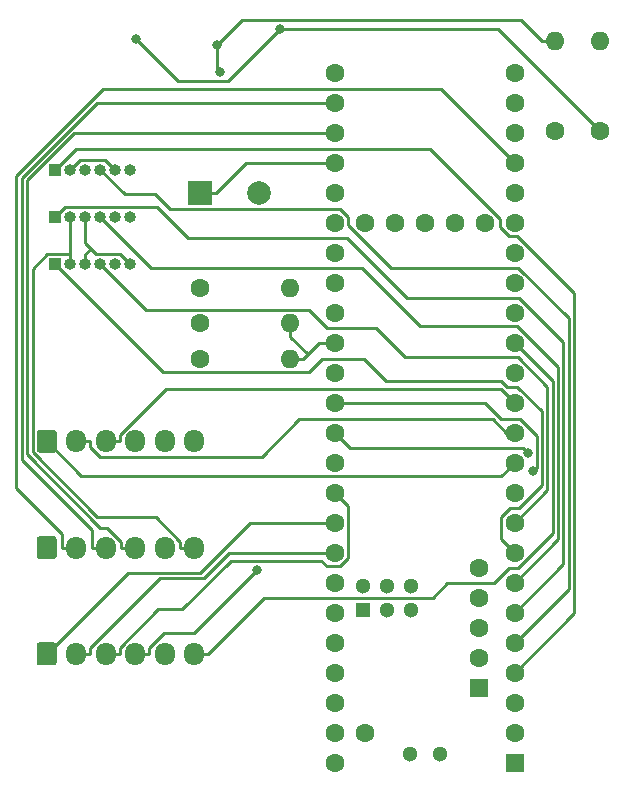
<source format=gbr>
%TF.GenerationSoftware,KiCad,Pcbnew,(5.1.9)-1*%
%TF.CreationDate,2021-05-19T19:29:26-04:00*%
%TF.ProjectId,ava_r2_bottom,6176615f-7232-45f6-926f-74746f6d2e6b,rev?*%
%TF.SameCoordinates,Original*%
%TF.FileFunction,Copper,L2,Bot*%
%TF.FilePolarity,Positive*%
%FSLAX46Y46*%
G04 Gerber Fmt 4.6, Leading zero omitted, Abs format (unit mm)*
G04 Created by KiCad (PCBNEW (5.1.9)-1) date 2021-05-19 19:29:26*
%MOMM*%
%LPD*%
G01*
G04 APERTURE LIST*
%TA.AperFunction,ComponentPad*%
%ADD10O,1.600000X1.600000*%
%TD*%
%TA.AperFunction,ComponentPad*%
%ADD11C,1.600000*%
%TD*%
%TA.AperFunction,ComponentPad*%
%ADD12R,2.000000X2.000000*%
%TD*%
%TA.AperFunction,ComponentPad*%
%ADD13C,2.000000*%
%TD*%
%TA.AperFunction,ComponentPad*%
%ADD14O,1.700000X1.950000*%
%TD*%
%TA.AperFunction,ComponentPad*%
%ADD15R,1.000000X1.000000*%
%TD*%
%TA.AperFunction,ComponentPad*%
%ADD16O,1.000000X1.000000*%
%TD*%
%TA.AperFunction,ComponentPad*%
%ADD17C,1.300000*%
%TD*%
%TA.AperFunction,ComponentPad*%
%ADD18R,1.300000X1.300000*%
%TD*%
%TA.AperFunction,ComponentPad*%
%ADD19R,1.600000X1.600000*%
%TD*%
%TA.AperFunction,ViaPad*%
%ADD20C,0.800000*%
%TD*%
%TA.AperFunction,Conductor*%
%ADD21C,0.250000*%
%TD*%
G04 APERTURE END LIST*
D10*
%TO.P,R5,2*%
%TO.N,+3V3*%
X229870000Y-52070000D03*
D11*
%TO.P,R5,1*%
%TO.N,I2C0_SDA*%
X229870000Y-59690000D03*
%TD*%
D10*
%TO.P,R4,2*%
%TO.N,+3V3*%
X226060000Y-52070000D03*
D11*
%TO.P,R4,1*%
%TO.N,I2C0_SCL*%
X226060000Y-59690000D03*
%TD*%
D12*
%TO.P,BZ1,1*%
%TO.N,BUZZER*%
X196000000Y-65000000D03*
D13*
%TO.P,BZ1,2*%
%TO.N,GND*%
X201000000Y-65000000D03*
%TD*%
%TO.P,RADIO1,1*%
%TO.N,RC_CH1_PWM*%
%TA.AperFunction,ComponentPad*%
G36*
G01*
X182150000Y-86725000D02*
X182150000Y-85275000D01*
G75*
G02*
X182400000Y-85025000I250000J0D01*
G01*
X183600000Y-85025000D01*
G75*
G02*
X183850000Y-85275000I0J-250000D01*
G01*
X183850000Y-86725000D01*
G75*
G02*
X183600000Y-86975000I-250000J0D01*
G01*
X182400000Y-86975000D01*
G75*
G02*
X182150000Y-86725000I0J250000D01*
G01*
G37*
%TD.AperFunction*%
D14*
%TO.P,RADIO1,2*%
%TO.N,RC_CH2_PWM*%
X185500000Y-86000000D03*
%TO.P,RADIO1,3*%
%TO.N,RC_CH3_PWM*%
X188000000Y-86000000D03*
%TO.P,RADIO1,4*%
%TO.N,RC_CH4_PWM*%
X190500000Y-86000000D03*
%TO.P,RADIO1,5*%
%TO.N,RC_CH5_PWM*%
X193000000Y-86000000D03*
%TO.P,RADIO1,6*%
%TO.N,RC_CH6_PWM*%
X195500000Y-86000000D03*
%TD*%
%TO.P,UART1,6*%
%TO.N,+5V*%
X195500000Y-95000000D03*
%TO.P,UART1,5*%
%TO.N,GND*%
X193000000Y-95000000D03*
%TO.P,UART1,4*%
%TO.N,UART8_TX*%
X190500000Y-95000000D03*
%TO.P,UART1,3*%
%TO.N,UART8_RX*%
X188000000Y-95000000D03*
%TO.P,UART1,2*%
%TO.N,UART7_TX*%
X185500000Y-95000000D03*
%TO.P,UART1,1*%
%TO.N,UART7_RX*%
%TA.AperFunction,ComponentPad*%
G36*
G01*
X182150000Y-95725000D02*
X182150000Y-94275000D01*
G75*
G02*
X182400000Y-94025000I250000J0D01*
G01*
X183600000Y-94025000D01*
G75*
G02*
X183850000Y-94275000I0J-250000D01*
G01*
X183850000Y-95725000D01*
G75*
G02*
X183600000Y-95975000I-250000J0D01*
G01*
X182400000Y-95975000D01*
G75*
G02*
X182150000Y-95725000I0J250000D01*
G01*
G37*
%TD.AperFunction*%
%TD*%
%TO.P,I2C1,1*%
%TO.N,I2C0_SDA*%
%TA.AperFunction,ComponentPad*%
G36*
G01*
X182150000Y-104725000D02*
X182150000Y-103275000D01*
G75*
G02*
X182400000Y-103025000I250000J0D01*
G01*
X183600000Y-103025000D01*
G75*
G02*
X183850000Y-103275000I0J-250000D01*
G01*
X183850000Y-104725000D01*
G75*
G02*
X183600000Y-104975000I-250000J0D01*
G01*
X182400000Y-104975000D01*
G75*
G02*
X182150000Y-104725000I0J250000D01*
G01*
G37*
%TD.AperFunction*%
%TO.P,I2C1,2*%
%TO.N,I2C0_SCL*%
X185500000Y-104000000D03*
%TO.P,I2C1,3*%
%TO.N,I2C1_SDA*%
X188000000Y-104000000D03*
%TO.P,I2C1,4*%
%TO.N,I2C1_SCL*%
X190500000Y-104000000D03*
%TO.P,I2C1,5*%
%TO.N,GND*%
X193000000Y-104000000D03*
%TO.P,I2C1,6*%
%TO.N,+3V3*%
X195500000Y-104000000D03*
%TD*%
D15*
%TO.P,J6,1*%
%TO.N,SERVO1_PWM*%
X183730000Y-63000000D03*
D16*
%TO.P,J6,2*%
%TO.N,+5V*%
X185000000Y-63000000D03*
%TO.P,J6,3*%
%TO.N,GND*%
X186270000Y-63000000D03*
%TO.P,J6,4*%
%TO.N,SERVO2_PWM*%
X187540000Y-63000000D03*
%TO.P,J6,5*%
%TO.N,+5V*%
X188810000Y-63000000D03*
%TO.P,J6,6*%
%TO.N,GND*%
X190080000Y-63000000D03*
%TD*%
%TO.P,J7,6*%
%TO.N,GND*%
X190080000Y-67000000D03*
%TO.P,J7,5*%
%TO.N,+5V*%
X188810000Y-67000000D03*
%TO.P,J7,4*%
%TO.N,SERVO4_PWM*%
X187540000Y-67000000D03*
%TO.P,J7,3*%
%TO.N,GND*%
X186270000Y-67000000D03*
%TO.P,J7,2*%
%TO.N,+5V*%
X185000000Y-67000000D03*
D15*
%TO.P,J7,1*%
%TO.N,SERVO3_PWM*%
X183730000Y-67000000D03*
%TD*%
%TO.P,J8,1*%
%TO.N,SERVO5_PWM*%
X183730000Y-71000000D03*
D16*
%TO.P,J8,2*%
%TO.N,+5V*%
X185000000Y-71000000D03*
%TO.P,J8,3*%
%TO.N,GND*%
X186270000Y-71000000D03*
%TO.P,J8,4*%
%TO.N,SERVO6_PWM*%
X187540000Y-71000000D03*
%TO.P,J8,5*%
%TO.N,+5V*%
X188810000Y-71000000D03*
%TO.P,J8,6*%
%TO.N,GND*%
X190080000Y-71000000D03*
%TD*%
D10*
%TO.P,R1,2*%
%TO.N,GND*%
X203620000Y-79000000D03*
D11*
%TO.P,R1,1*%
%TO.N,Net-(D1-Pad1)*%
X196000000Y-79000000D03*
%TD*%
%TO.P,R2,1*%
%TO.N,Net-(D2-Pad1)*%
X196000000Y-76000000D03*
D10*
%TO.P,R2,2*%
%TO.N,GND*%
X203620000Y-76000000D03*
%TD*%
D11*
%TO.P,R3,1*%
%TO.N,Net-(D3-Pad1)*%
X196000000Y-73000000D03*
D10*
%TO.P,R3,2*%
%TO.N,GND*%
X203620000Y-73000000D03*
%TD*%
D17*
%TO.P,U2,66*%
%TO.N,USB_D-*%
X213730000Y-112480000D03*
%TO.P,U2,67*%
%TO.N,USB_D+*%
X216270000Y-112480000D03*
D11*
%TO.P,U2,54*%
%TO.N,ON_OFF*%
X209920000Y-67490000D03*
%TO.P,U2,53*%
%TO.N,PROGRAM*%
X212460000Y-67490000D03*
%TO.P,U2,52*%
%TO.N,Net-(U2-Pad52)*%
X215000000Y-67490000D03*
%TO.P,U2,51*%
%TO.N,Net-(U2-Pad51)*%
X217540000Y-67490000D03*
%TO.P,U2,50*%
%TO.N,VBAT*%
X220080000Y-67490000D03*
D17*
%TO.P,U2,62*%
%TO.N,ETH_T-*%
X213818400Y-100240000D03*
%TO.P,U2,63*%
%TO.N,ETH_T+*%
X213818400Y-98240000D03*
%TO.P,U2,64*%
%TO.N,ETH_GND*%
X211818400Y-98240000D03*
%TO.P,U2,61*%
%TO.N,ETH_LED*%
X211818400Y-100240000D03*
%TO.P,U2,65*%
%TO.N,ETH_R-*%
X209818400Y-98240000D03*
D18*
%TO.P,U2,60*%
%TO.N,ETH_R+*%
X209818400Y-100240000D03*
D11*
%TO.P,U2,17*%
%TO.N,RC_CH6_PWM*%
X222620000Y-72570000D03*
%TO.P,U2,18*%
%TO.N,P26_A12_MOSI1*%
X222620000Y-70030000D03*
%TO.P,U2,19*%
%TO.N,P27_A13_SCK1*%
X222620000Y-67490000D03*
%TO.P,U2,20*%
%TO.N,UART7_RX*%
X222620000Y-64950000D03*
%TO.P,U2,16*%
%TO.N,RC_CH5_PWM*%
X222620000Y-75110000D03*
%TO.P,U2,15*%
%TO.N,+3V3*%
X222620000Y-77650000D03*
%TO.P,U2,14*%
%TO.N,RC_CH4_PWM*%
X222620000Y-80190000D03*
%TO.P,U2,21*%
%TO.N,UART7_TX*%
X222620000Y-62410000D03*
%TO.P,U2,22*%
%TO.N,P30_CRX3*%
X222620000Y-59870000D03*
%TO.P,U2,23*%
%TO.N,P31_CTX3*%
X222620000Y-57330000D03*
%TO.P,U2,24*%
%TO.N,P32_OUT1B*%
X222620000Y-54790000D03*
%TO.P,U2,25*%
%TO.N,P33_MCLK2*%
X207380000Y-54790000D03*
%TO.P,U2,26*%
%TO.N,UART8_RX*%
X207380000Y-57330000D03*
%TO.P,U2,27*%
%TO.N,UART8_TX*%
X207380000Y-59870000D03*
%TO.P,U2,28*%
%TO.N,BUZZER*%
X207380000Y-62410000D03*
%TO.P,U2,29*%
%TO.N,P37_CS*%
X207380000Y-64950000D03*
%TO.P,U2,30*%
%TO.N,P38_CS1*%
X207380000Y-67490000D03*
%TO.P,U2,31*%
%TO.N,P39_MISO1*%
X207380000Y-70030000D03*
%TO.P,U2,32*%
%TO.N,P41_A16*%
X207380000Y-72570000D03*
%TO.P,U2,33*%
%TO.N,P41_A17*%
X207380000Y-75110000D03*
%TO.P,U2,34*%
%TO.N,GND*%
X207380000Y-77650000D03*
%TO.P,U2,13*%
%TO.N,RC_CH3_PWM*%
X222620000Y-82730000D03*
%TO.P,U2,12*%
%TO.N,RC_CH2_PWM*%
X222620000Y-85270000D03*
%TO.P,U2,11*%
%TO.N,RC_CH1_PWM*%
X222620000Y-87810000D03*
%TO.P,U2,10*%
%TO.N,P8_TX2_IN1*%
X222620000Y-90350000D03*
%TO.P,U2,9*%
%TO.N,SERVO6_PWM*%
X222620000Y-92890000D03*
%TO.P,U2,8*%
%TO.N,SERVO5_PWM*%
X222620000Y-95430000D03*
%TO.P,U2,7*%
%TO.N,SERVO4_PWM*%
X222620000Y-97970000D03*
%TO.P,U2,6*%
%TO.N,SERVO3_PWM*%
X222620000Y-100510000D03*
%TO.P,U2,5*%
%TO.N,SERVO2_PWM*%
X222620000Y-103050000D03*
%TO.P,U2,4*%
%TO.N,SERVO1_PWM*%
X222620000Y-105590000D03*
%TO.P,U2,3*%
%TO.N,P1_TX1_CTX2_MISO1*%
X222620000Y-108130000D03*
%TO.P,U2,2*%
%TO.N,P0_RX1_CRX2_CS1*%
X222620000Y-110670000D03*
D19*
%TO.P,U2,1*%
%TO.N,GND*%
X222620000Y-113210000D03*
D11*
%TO.P,U2,35*%
%TO.N,LED_BLUE*%
X207380000Y-80190000D03*
%TO.P,U2,36*%
%TO.N,P14_A0_TX3*%
X207380000Y-82730000D03*
%TO.P,U2,37*%
%TO.N,P15_A1_RX3*%
X207380000Y-85270000D03*
%TO.P,U2,38*%
%TO.N,I2C1_SCL*%
X207380000Y-87810000D03*
%TO.P,U2,39*%
%TO.N,I2C1_SDA*%
X207380000Y-90350000D03*
%TO.P,U2,40*%
%TO.N,I2C0_SDA*%
X207380000Y-92890000D03*
%TO.P,U2,41*%
%TO.N,I2C0_SCL*%
X207380000Y-95430000D03*
%TO.P,U2,42*%
%TO.N,P20_A6_TX5*%
X207380000Y-97970000D03*
%TO.P,U2,43*%
%TO.N,P21_A7_RX5*%
X207380000Y-100510000D03*
%TO.P,U2,44*%
%TO.N,LED_GREEN*%
X207380000Y-103050000D03*
%TO.P,U2,45*%
%TO.N,LED_RED*%
X207380000Y-105590000D03*
%TO.P,U2,46*%
%TO.N,Net-(U2-Pad46)*%
X207380000Y-108130000D03*
%TO.P,U2,47*%
%TO.N,Net-(U2-Pad47)*%
X207380000Y-110670000D03*
%TO.P,U2,48*%
%TO.N,+5V*%
X207380000Y-113210000D03*
D19*
%TO.P,U2,55*%
%TO.N,USBH_5V*%
X219569200Y-106910800D03*
D11*
%TO.P,U2,56*%
%TO.N,USBH_D-*%
X219569200Y-104370800D03*
%TO.P,U2,57*%
%TO.N,USBH_D+*%
X219569200Y-101830800D03*
%TO.P,U2,58*%
%TO.N,USBH_GND*%
X219569200Y-99290800D03*
%TO.P,U2,59*%
X219569200Y-96750800D03*
%TO.P,U2,49*%
%TO.N,Net-(U2-Pad49)*%
X209920000Y-110670000D03*
%TD*%
D20*
%TO.N,+3V3*%
X197678600Y-54757500D03*
X197412200Y-52449600D03*
%TO.N,I2C0_SDA*%
X190563700Y-51924100D03*
X202757000Y-51070000D03*
%TO.N,I2C1_SCL*%
X200826600Y-96858300D03*
%TO.N,P14_A0_TX3*%
X224217100Y-88548300D03*
%TO.N,P15_A1_RX3*%
X223766900Y-86971600D03*
%TD*%
D21*
%TO.N,BUZZER*%
X196000000Y-65000000D02*
X197325300Y-65000000D01*
X207380000Y-62410000D02*
X199915300Y-62410000D01*
X199915300Y-62410000D02*
X197325300Y-65000000D01*
%TO.N,GND*%
X190080000Y-71000000D02*
X189205000Y-70125000D01*
X189205000Y-70125000D02*
X187145000Y-70125000D01*
X187145000Y-70125000D02*
X186732400Y-69712300D01*
X205120000Y-78625300D02*
X204745300Y-79000000D01*
X207380000Y-77650000D02*
X206095300Y-77650000D01*
X206095300Y-77650000D02*
X205120000Y-78625300D01*
X203620000Y-77125300D02*
X205120000Y-78625300D01*
X203620000Y-76000000D02*
X203620000Y-77125300D01*
X186732400Y-69712300D02*
X186270000Y-69250000D01*
X186270000Y-69250000D02*
X186270000Y-67000000D01*
X186732400Y-69712300D02*
X186270000Y-70174700D01*
X186270000Y-71000000D02*
X186270000Y-70174700D01*
X203620000Y-79000000D02*
X204745300Y-79000000D01*
%TO.N,+3V3*%
X196675300Y-104000000D02*
X201435300Y-99240000D01*
X201435300Y-99240000D02*
X215693000Y-99240000D01*
X215693000Y-99240000D02*
X216912200Y-98020800D01*
X216912200Y-98020800D02*
X220839100Y-98020800D01*
X220839100Y-98020800D02*
X222159900Y-96700000D01*
X222159900Y-96700000D02*
X222943100Y-96700000D01*
X222943100Y-96700000D02*
X225853700Y-93789400D01*
X225853700Y-93789400D02*
X225853700Y-80883700D01*
X225853700Y-80883700D02*
X222620000Y-77650000D01*
X195500000Y-104000000D02*
X196675300Y-104000000D01*
X224934700Y-52070000D02*
X223177600Y-50312900D01*
X223177600Y-50312900D02*
X199548900Y-50312900D01*
X199548900Y-50312900D02*
X197412200Y-52449600D01*
X197678600Y-54757500D02*
X197412200Y-54491100D01*
X197412200Y-54491100D02*
X197412200Y-52449600D01*
X226060000Y-52070000D02*
X224934700Y-52070000D01*
%TO.N,RC_CH1_PWM*%
X222620000Y-87810000D02*
X221489300Y-88940700D01*
X221489300Y-88940700D02*
X185940700Y-88940700D01*
X185940700Y-88940700D02*
X183000000Y-86000000D01*
%TO.N,RC_CH2_PWM*%
X186675300Y-86000000D02*
X186675300Y-86514200D01*
X186675300Y-86514200D02*
X187476900Y-87315800D01*
X187476900Y-87315800D02*
X201216700Y-87315800D01*
X201216700Y-87315800D02*
X204389400Y-84143100D01*
X204389400Y-84143100D02*
X220779200Y-84143100D01*
X220779200Y-84143100D02*
X221906100Y-85270000D01*
X221906100Y-85270000D02*
X222620000Y-85270000D01*
X185500000Y-86000000D02*
X186675300Y-86000000D01*
%TO.N,RC_CH3_PWM*%
X189175300Y-86000000D02*
X189175300Y-85485800D01*
X189175300Y-85485800D02*
X193065400Y-81595700D01*
X193065400Y-81595700D02*
X221485700Y-81595700D01*
X221485700Y-81595700D02*
X222620000Y-82730000D01*
X188000000Y-86000000D02*
X189175300Y-86000000D01*
%TO.N,+5V*%
X194324700Y-95000000D02*
X194324700Y-94485800D01*
X194324700Y-94485800D02*
X192245100Y-92406200D01*
X192245100Y-92406200D02*
X187265100Y-92406200D01*
X187265100Y-92406200D02*
X181804500Y-86945600D01*
X181804500Y-86945600D02*
X181804500Y-71437300D01*
X181804500Y-71437300D02*
X183067100Y-70174700D01*
X183067100Y-70174700D02*
X185000000Y-70174700D01*
X185000000Y-67000000D02*
X185000000Y-70174700D01*
X185000000Y-71000000D02*
X185000000Y-70174700D01*
X195500000Y-95000000D02*
X194324700Y-95000000D01*
X185000000Y-63000000D02*
X185833200Y-62166800D01*
X185833200Y-62166800D02*
X187976800Y-62166800D01*
X187976800Y-62166800D02*
X188810000Y-63000000D01*
%TO.N,UART8_TX*%
X190500000Y-95000000D02*
X189324700Y-95000000D01*
X207380000Y-59870000D02*
X185355300Y-59870000D01*
X185355300Y-59870000D02*
X181334900Y-63890400D01*
X181334900Y-63890400D02*
X181334900Y-87112900D01*
X181334900Y-87112900D02*
X187528800Y-93306800D01*
X187528800Y-93306800D02*
X188145700Y-93306800D01*
X188145700Y-93306800D02*
X189324700Y-94485800D01*
X189324700Y-94485800D02*
X189324700Y-95000000D01*
%TO.N,UART8_RX*%
X207380000Y-57330000D02*
X187258400Y-57330000D01*
X187258400Y-57330000D02*
X180884500Y-63703900D01*
X180884500Y-63703900D02*
X180884500Y-87596700D01*
X180884500Y-87596700D02*
X186824700Y-93536900D01*
X186824700Y-93536900D02*
X186824700Y-95000000D01*
X188000000Y-95000000D02*
X186824700Y-95000000D01*
%TO.N,UART7_TX*%
X222620000Y-62410000D02*
X216363000Y-56153000D01*
X216363000Y-56153000D02*
X187795700Y-56153000D01*
X187795700Y-56153000D02*
X180434200Y-63514500D01*
X180434200Y-63514500D02*
X180434200Y-89934200D01*
X180434200Y-89934200D02*
X184324700Y-93824700D01*
X184324700Y-93824700D02*
X184324700Y-95000000D01*
X185500000Y-95000000D02*
X184324700Y-95000000D01*
%TO.N,I2C0_SDA*%
X207380000Y-92890000D02*
X200242500Y-92890000D01*
X200242500Y-92890000D02*
X195994400Y-97138100D01*
X195994400Y-97138100D02*
X189861900Y-97138100D01*
X189861900Y-97138100D02*
X183000000Y-104000000D01*
X202757000Y-51070000D02*
X198332000Y-55495000D01*
X198332000Y-55495000D02*
X194134600Y-55495000D01*
X194134600Y-55495000D02*
X190563700Y-51924100D01*
X229870000Y-59690000D02*
X221250000Y-51070000D01*
X221250000Y-51070000D02*
X202757000Y-51070000D01*
%TO.N,I2C0_SCL*%
X207380000Y-95430000D02*
X198457300Y-95430000D01*
X198457300Y-95430000D02*
X196298900Y-97588400D01*
X196298900Y-97588400D02*
X192572700Y-97588400D01*
X192572700Y-97588400D02*
X186675300Y-103485800D01*
X186675300Y-103485800D02*
X186675300Y-104000000D01*
X185500000Y-104000000D02*
X186675300Y-104000000D01*
%TO.N,I2C1_SDA*%
X188000000Y-104000000D02*
X189175300Y-104000000D01*
X207380000Y-90350000D02*
X208513600Y-91483600D01*
X208513600Y-91483600D02*
X208513600Y-95916900D01*
X208513600Y-95916900D02*
X207852800Y-96577700D01*
X207852800Y-96577700D02*
X206699400Y-96577700D01*
X206699400Y-96577700D02*
X206241800Y-96120100D01*
X206241800Y-96120100D02*
X198590200Y-96120100D01*
X198590200Y-96120100D02*
X194500400Y-100209900D01*
X194500400Y-100209900D02*
X192451200Y-100209900D01*
X192451200Y-100209900D02*
X189175300Y-103485800D01*
X189175300Y-103485800D02*
X189175300Y-104000000D01*
%TO.N,I2C1_SCL*%
X190500000Y-104000000D02*
X191675300Y-104000000D01*
X200826600Y-96858300D02*
X195479500Y-102205400D01*
X195479500Y-102205400D02*
X192955700Y-102205400D01*
X192955700Y-102205400D02*
X191675300Y-103485800D01*
X191675300Y-103485800D02*
X191675300Y-104000000D01*
%TO.N,SERVO1_PWM*%
X222620000Y-105590000D02*
X227654900Y-100555100D01*
X227654900Y-100555100D02*
X227654900Y-73408200D01*
X227654900Y-73408200D02*
X222862100Y-68615400D01*
X222862100Y-68615400D02*
X222140600Y-68615400D01*
X222140600Y-68615400D02*
X221350000Y-67824800D01*
X221350000Y-67824800D02*
X221350000Y-67162000D01*
X221350000Y-67162000D02*
X215437300Y-61249300D01*
X215437300Y-61249300D02*
X185480700Y-61249300D01*
X185480700Y-61249300D02*
X183730000Y-63000000D01*
%TO.N,SERVO2_PWM*%
X222620000Y-103050000D02*
X227204600Y-98465400D01*
X227204600Y-98465400D02*
X227204600Y-75557500D01*
X227204600Y-75557500D02*
X222947100Y-71300000D01*
X222947100Y-71300000D02*
X212132400Y-71300000D01*
X212132400Y-71300000D02*
X208505400Y-67673000D01*
X208505400Y-67673000D02*
X208505400Y-67010600D01*
X208505400Y-67010600D02*
X207820200Y-66325400D01*
X207820200Y-66325400D02*
X193445500Y-66325400D01*
X193445500Y-66325400D02*
X192195600Y-65075500D01*
X192195600Y-65075500D02*
X189615500Y-65075500D01*
X189615500Y-65075500D02*
X187540000Y-63000000D01*
%TO.N,SERVO4_PWM*%
X222620000Y-97970000D02*
X226304000Y-94286000D01*
X226304000Y-94286000D02*
X226304000Y-79711400D01*
X226304000Y-79711400D02*
X222828000Y-76235400D01*
X222828000Y-76235400D02*
X214651500Y-76235400D01*
X214651500Y-76235400D02*
X209716100Y-71300000D01*
X209716100Y-71300000D02*
X191840000Y-71300000D01*
X191840000Y-71300000D02*
X187540000Y-67000000D01*
%TO.N,SERVO3_PWM*%
X222620000Y-100510000D02*
X226754300Y-96375700D01*
X226754300Y-96375700D02*
X226754300Y-77620300D01*
X226754300Y-77620300D02*
X222974000Y-73840000D01*
X222974000Y-73840000D02*
X213529900Y-73840000D01*
X213529900Y-73840000D02*
X208449900Y-68760000D01*
X208449900Y-68760000D02*
X194924800Y-68760000D01*
X194924800Y-68760000D02*
X192330000Y-66165200D01*
X192330000Y-66165200D02*
X184564800Y-66165200D01*
X184564800Y-66165200D02*
X183730000Y-67000000D01*
%TO.N,SERVO5_PWM*%
X222620000Y-95430000D02*
X221469100Y-94279100D01*
X221469100Y-94279100D02*
X221469100Y-92384200D01*
X221469100Y-92384200D02*
X222233300Y-91620000D01*
X222233300Y-91620000D02*
X222998100Y-91620000D01*
X222998100Y-91620000D02*
X224953000Y-89665100D01*
X224953000Y-89665100D02*
X224953000Y-83471200D01*
X224953000Y-83471200D02*
X222852400Y-81370600D01*
X222852400Y-81370600D02*
X222000400Y-81370600D01*
X222000400Y-81370600D02*
X221494600Y-80864800D01*
X221494600Y-80864800D02*
X211723200Y-80864800D01*
X211723200Y-80864800D02*
X209886900Y-79028500D01*
X209886900Y-79028500D02*
X206333300Y-79028500D01*
X206333300Y-79028500D02*
X205236400Y-80125400D01*
X205236400Y-80125400D02*
X192855400Y-80125400D01*
X192855400Y-80125400D02*
X183730000Y-71000000D01*
%TO.N,SERVO6_PWM*%
X222620000Y-92890000D02*
X225403400Y-90106600D01*
X225403400Y-90106600D02*
X225403400Y-81380300D01*
X225403400Y-81380300D02*
X222867800Y-78844700D01*
X222867800Y-78844700D02*
X213342800Y-78844700D01*
X213342800Y-78844700D02*
X210878100Y-76380000D01*
X210878100Y-76380000D02*
X206741800Y-76380000D01*
X206741800Y-76380000D02*
X205233700Y-74871900D01*
X205233700Y-74871900D02*
X191411900Y-74871900D01*
X191411900Y-74871900D02*
X187540000Y-71000000D01*
%TO.N,P14_A0_TX3*%
X207380000Y-82730000D02*
X220080000Y-82730000D01*
X220080000Y-82730000D02*
X221475300Y-84125300D01*
X221475300Y-84125300D02*
X223106900Y-84125300D01*
X223106900Y-84125300D02*
X224492200Y-85510600D01*
X224492200Y-85510600D02*
X224492200Y-88273200D01*
X224492200Y-88273200D02*
X224217100Y-88548300D01*
%TO.N,P15_A1_RX3*%
X207380000Y-85270000D02*
X208650000Y-86540000D01*
X208650000Y-86540000D02*
X223335300Y-86540000D01*
X223335300Y-86540000D02*
X223766900Y-86971600D01*
%TD*%
M02*

</source>
